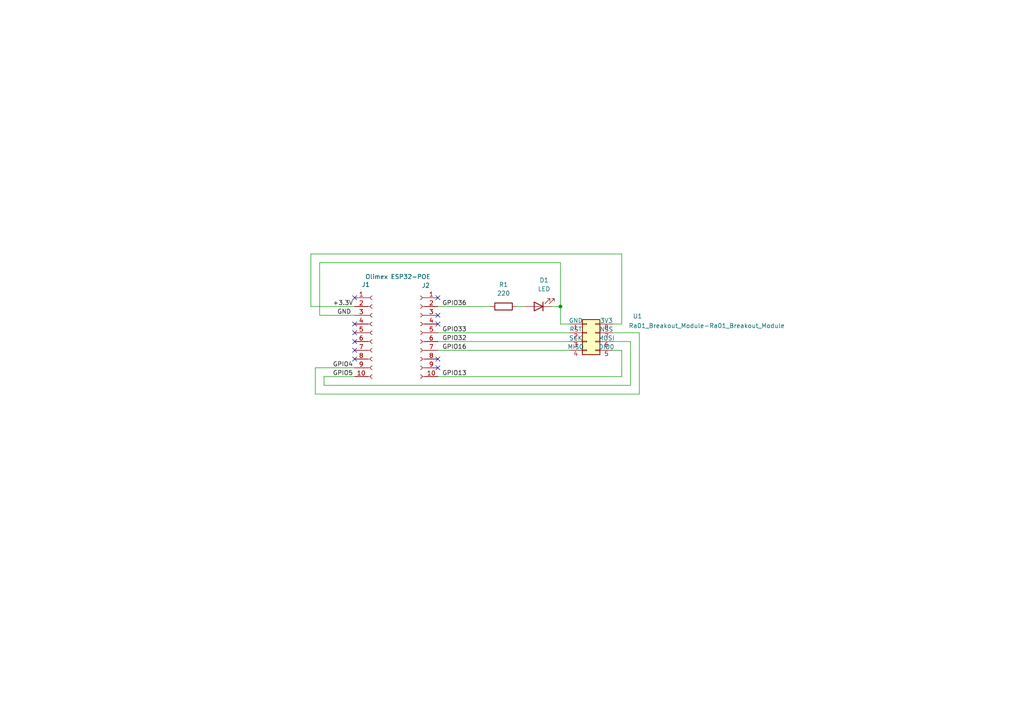
<source format=kicad_sch>
(kicad_sch (version 20231120) (generator "eeschema") (generator_version "8.0")
  (paper "A4")
  (title_block (title "Farm monitor gateway - POE version") (date "2024-12-24") (company "Jotham Gates"))
  (lib_symbols
    (symbol "Connector:Conn_01x10_Socket" (pin_names (offset 1.016) hide)
      (property "Reference" "J" (at 0 12.7 0))
      (property "Value" "Conn_01x10_Socket" (at 0 -15.24 0))
      (symbol "Conn_01x10_Socket_1_1"
        (arc (start 0 -12.192) (mid -0.5058 -12.7) (end 0 -13.208) (stroke (width 0.1524)))
        (arc (start 0 -9.652) (mid -0.5058 -10.16) (end 0 -10.668) (stroke (width 0.1524)))
        (arc (start 0 -7.112) (mid -0.5058 -7.62) (end 0 -8.128) (stroke (width 0.1524)))
        (arc (start 0 -4.572) (mid -0.5058 -5.08) (end 0 -5.588) (stroke (width 0.1524)))
        (arc (start 0 -2.032) (mid -0.5058 -2.54) (end 0 -3.048) (stroke (width 0.1524)))
        (polyline (pts (xy -1.27 -12.7) (xy -0.508 -12.7)) (stroke (width 0.1524)))
        (polyline (pts (xy -1.27 -10.16) (xy -0.508 -10.16)) (stroke (width 0.1524)))
        (polyline (pts (xy -1.27 -7.62) (xy -0.508 -7.62)) (stroke (width 0.1524)))
        (polyline (pts (xy -1.27 -5.08) (xy -0.508 -5.08)) (stroke (width 0.1524)))
        (polyline (pts (xy -1.27 -2.54) (xy -0.508 -2.54)) (stroke (width 0.1524)))
        (polyline (pts (xy -1.27 0) (xy -0.508 0)) (stroke (width 0.1524)))
        (polyline (pts (xy -1.27 2.54) (xy -0.508 2.54)) (stroke (width 0.1524)))
        (polyline (pts (xy -1.27 5.08) (xy -0.508 5.08)) (stroke (width 0.1524)))
        (polyline (pts (xy -1.27 7.62) (xy -0.508 7.62)) (stroke (width 0.1524)))
        (polyline (pts (xy -1.27 10.16) (xy -0.508 10.16)) (stroke (width 0.1524)))
        (arc (start 0 0.508) (mid -0.5058 0) (end 0 -0.508) (stroke (width 0.1524)))
        (arc (start 0 3.048) (mid -0.5058 2.54) (end 0 2.032) (stroke (width 0.1524)))
        (arc (start 0 5.588) (mid -0.5058 5.08) (end 0 4.572) (stroke (width 0.1524)))
        (arc (start 0 8.128) (mid -0.5058 7.62) (end 0 7.112) (stroke (width 0.1524)))
        (arc (start 0 10.668) (mid -0.5058 10.16) (end 0 9.652) (stroke (width 0.1524)))
        (pin passive line (at -5.08 10.16 0) (length 3.81) (name "Pin_1") (number "1"))
        (pin passive line (at -5.08 -12.7 0) (length 3.81) (name "Pin_10") (number "10"))
        (pin passive line (at -5.08 7.62 0) (length 3.81) (name "Pin_2") (number "2"))
        (pin passive line (at -5.08 5.08 0) (length 3.81) (name "Pin_3") (number "3"))
        (pin passive line (at -5.08 2.54 0) (length 3.81) (name "Pin_4") (number "4"))
        (pin passive line (at -5.08 0 0) (length 3.81) (name "Pin_5") (number "5"))
        (pin passive line (at -5.08 -2.54 0) (length 3.81) (name "Pin_6") (number "6"))
        (pin passive line (at -5.08 -5.08 0) (length 3.81) (name "Pin_7") (number "7"))
        (pin passive line (at -5.08 -7.62 0) (length 3.81) (name "Pin_8") (number "8"))
        (pin passive line (at -5.08 -10.16 0) (length 3.81) (name "Pin_9") (number "9"))
      )
    )
    (symbol "Device:LED" (pin_numbers hide) (pin_names (offset 1.016) hide)
      (property "Reference" "D" (at 0 2.54 0))
      (property "Value" "LED" (at 0 -2.54 0))
      (symbol "LED_0_1"
        (polyline (pts (xy -1.27 -1.27) (xy -1.27 1.27)) (stroke (width 0.254)))
        (polyline (pts (xy -1.27 0) (xy 1.27 0)))
        (polyline (pts (xy 1.27 -1.27) (xy 1.27 1.27) (xy -1.27 0) (xy 1.27 -1.27)) (stroke (width 0.254)))
        (polyline (pts (xy -3.048 -0.762) (xy -4.572 -2.286) (xy -3.81 -2.286) (xy -4.572 -2.286) (xy -4.572 -1.524)))
        (polyline (pts (xy -1.778 -0.762) (xy -3.302 -2.286) (xy -2.54 -2.286) (xy -3.302 -2.286) (xy -3.302 -1.524)))
      )
      (symbol "LED_1_1"
        (pin passive line (at -3.81 0 0) (length 2.54) (name "K") (number "1"))
        (pin passive line (at 3.81 0 180) (length 2.54) (name "A") (number "2"))
      )
    )
    (symbol "Device:R" (pin_numbers hide) (pin_names (offset 0))
      (property "Reference" "R" (at 2.032 0 90))
      (property "Value" "R" (at 0 0 90))
      (symbol "R_0_1"
        (rectangle (start -1.016 -2.54) (end 1.016 2.54) (stroke (width 0.254)))
      )
      (symbol "R_1_1"
        (pin passive line (at 0 3.81 270) (length 1.27) (name "~") (number "1"))
        (pin passive line (at 0 -3.81 90) (length 1.27) (name "~") (number "2"))
      )
    )
    (symbol "PumpMonitorRescue:Ra01_Breakout_Module-Ra01_Breakout_Module" (pin_names (offset 0))
      (property "Reference" "U" (at 1.27 5.08 0))
      (property "Value" "Ra01_Breakout_Module-Ra01_Breakout_Module" (at 1.27 -7.62 0))
      (symbol "Ra01_Breakout_Module-Ra01_Breakout_Module_1_1"
        (rectangle (start -1.27 -4.953) (end 0 -5.207) (stroke (width 0.1524)))
        (rectangle (start -1.27 -2.413) (end 0 -2.667) (stroke (width 0.1524)))
        (rectangle (start -1.27 0.127) (end 0 -0.127) (stroke (width 0.1524)))
        (rectangle (start -1.27 2.667) (end 0 2.413) (stroke (width 0.1524)))
        (rectangle (start -1.27 3.81) (end 3.81 -6.35) (stroke (width 0.254)) (fill (type background)))
        (rectangle (start 3.81 -4.953) (end 2.54 -5.207) (stroke (width 0.1524)))
        (rectangle (start 3.81 -2.413) (end 2.54 -2.667) (stroke (width 0.1524)))
        (rectangle (start 3.81 0.127) (end 2.54 -0.127) (stroke (width 0.1524)))
        (rectangle (start 3.81 2.667) (end 2.54 2.413) (stroke (width 0.1524)))
        (pin power_in line (at -5.08 2.54 0) (length 3.81) (name "GND") (number "1"))
        (pin input line (at -5.08 0 0) (length 3.81) (name "RST") (number "2"))
        (pin input line (at -5.08 -2.54 0) (length 3.81) (name "SCK") (number "3"))
        (pin output line (at -5.08 -5.08 0) (length 3.81) (name "MISO") (number "4"))
        (pin bidirectional line (at 7.62 -5.08 180) (length 3.81) (name "DIO0") (number "5"))
        (pin input line (at 7.62 -2.54 180) (length 3.81) (name "MOSI") (number "6"))
        (pin input line (at 7.62 0 180) (length 3.81) (name "NSS") (number "7"))
        (pin power_in line (at 7.62 2.54 180) (length 3.81) (name "3V3") (number "8"))
      )
    )
  )
  (junction (at 162.56 88.9))
  (no_connect (at 127 104.14))
  (no_connect (at 127 86.36))
  (no_connect (at 127 106.68))
  (no_connect (at 102.87 93.98))
  (no_connect (at 102.87 104.14))
  (no_connect (at 102.87 96.52))
  (no_connect (at 102.87 101.6))
  (no_connect (at 127 91.44))
  (no_connect (at 102.87 86.36))
  (no_connect (at 127 93.98))
  (no_connect (at 102.87 99.06))
  (wire (pts (xy 177.8 99.06) (xy 182.88 99.06)))
  (wire (pts (xy 102.87 106.68) (xy 91.44 106.68)))
  (wire (pts (xy 127 101.6) (xy 165.1 101.6)))
  (wire (pts (xy 91.44 106.68) (xy 91.44 114.3)))
  (wire (pts (xy 127 96.52) (xy 165.1 96.52)))
  (wire (pts (xy 185.42 96.52) (xy 177.8 96.52)))
  (wire (pts (xy 127 109.22) (xy 180.34 109.22)))
  (wire (pts (xy 90.17 88.9) (xy 102.87 88.9)))
  (wire (pts (xy 180.34 93.98) (xy 180.34 73.66)))
  (wire (pts (xy 92.71 76.2) (xy 92.71 91.44)))
  (wire (pts (xy 93.98 111.76) (xy 93.98 109.22)))
  (wire (pts (xy 160.02 88.9) (xy 162.56 88.9)))
  (wire (pts (xy 92.71 91.44) (xy 102.87 91.44)))
  (wire (pts (xy 180.34 101.6) (xy 177.8 101.6)))
  (wire (pts (xy 165.1 93.98) (xy 162.56 93.98)))
  (wire (pts (xy 180.34 109.22) (xy 180.34 101.6)))
  (wire (pts (xy 149.86 88.9) (xy 152.4 88.9)))
  (wire (pts (xy 127 88.9) (xy 142.24 88.9)))
  (wire (pts (xy 180.34 73.66) (xy 90.17 73.66)))
  (wire (pts (xy 162.56 88.9) (xy 162.56 76.2)))
  (wire (pts (xy 182.88 111.76) (xy 93.98 111.76)))
  (wire (pts (xy 177.8 93.98) (xy 180.34 93.98)))
  (wire (pts (xy 182.88 99.06) (xy 182.88 111.76)))
  (wire (pts (xy 93.98 109.22) (xy 102.87 109.22)))
  (wire (pts (xy 162.56 76.2) (xy 92.71 76.2)))
  (wire (pts (xy 90.17 73.66) (xy 90.17 88.9)))
  (wire (pts (xy 91.44 114.3) (xy 185.42 114.3)))
  (wire (pts (xy 127 99.06) (xy 165.1 99.06)))
  (wire (pts (xy 185.42 114.3) (xy 185.42 96.52)))
  (wire (pts (xy 162.56 93.98) (xy 162.56 88.9)))
  (label "GND" (at 97.79 91.44 0))
  (label "+3.3V" (at 96.52 88.9 0))
  (label "GPIO4" (at 96.52 106.68 0))
  (label "GPIO5" (at 96.52 109.22 0))
  (label "GPIO33" (at 128.27 96.52 0))
  (label "GPIO32" (at 128.27 99.06 0))
  (label "GPIO13" (at 128.27 109.22 0))
  (label "GPIO36" (at 128.27 88.9 0))
  (label "GPIO16" (at 128.27 101.6 0))
  (symbol (lib_id "PumpMonitorRescue:Ra01_Breakout_Module-Ra01_Breakout_Module") (at 170.18 96.52 0) (unit 1)
    (property "Reference" "U1" (at 184.912 91.694 0))
    (property "Value" "Ra01_Breakout_Module-Ra01_Breakout_Module" (at 204.978 94.488 0))
    (property "Footprint" "Package_DIP:DIP-8_W7.62mm_Socket_LongPads" (effects (hide yes)))
  )
  (symbol (lib_id "Device:R") (at 146.05 88.9 90) (unit 1)
    (property "Reference" "R1" (at 146.05 82.55 90))
    (property "Value" "220" (at 146.05 85.09 90))
    (property "Description" "Resistor" (effects (hide yes)))
  )
  (symbol (lib_id "Device:LED") (at 156.21 88.9 180) (unit 1)
    (property "Reference" "D1" (at 157.7975 81.28 0))
    (property "Value" "LED" (at 157.7975 83.82 0))
    (property "Description" "Light emitting diode" (effects (hide yes)))
  )
  (symbol (lib_id "Connector:Conn_01x10_Socket") (at 121.92 96.52 0) (mirror y) (unit 1)
    (property "Reference" "J2" (at 124.714 82.804 0) (effects (justify left)))
    (property "Value" "Conn_01x10_Socket" (effects (hide yes)))
    (property "Footprint" "Connector_PinSocket_2.54mm:PinSocket_1x10_P2.54mm_Vertical" (effects (hide yes)))
    (property "Description" "Generic connector, single row, 01x10, script generated" (effects (hide yes)))
  )
  (symbol (lib_id "Connector:Conn_01x10_Socket") (at 107.95 96.52 0) (unit 1)
    (property "Reference" "J1" (at 104.902 82.55 0) (effects (justify left)))
    (property "Value" "Olimex ESP32-POE" (at 105.918 80.264 0) (effects (justify left)))
    (property "Footprint" "Connector_PinSocket_2.54mm:PinSocket_1x10_P2.54mm_Vertical" (effects (hide yes)))
    (property "Description" "Generic connector, single row, 01x10, script generated" (effects (hide yes)))
  )
)
</source>
